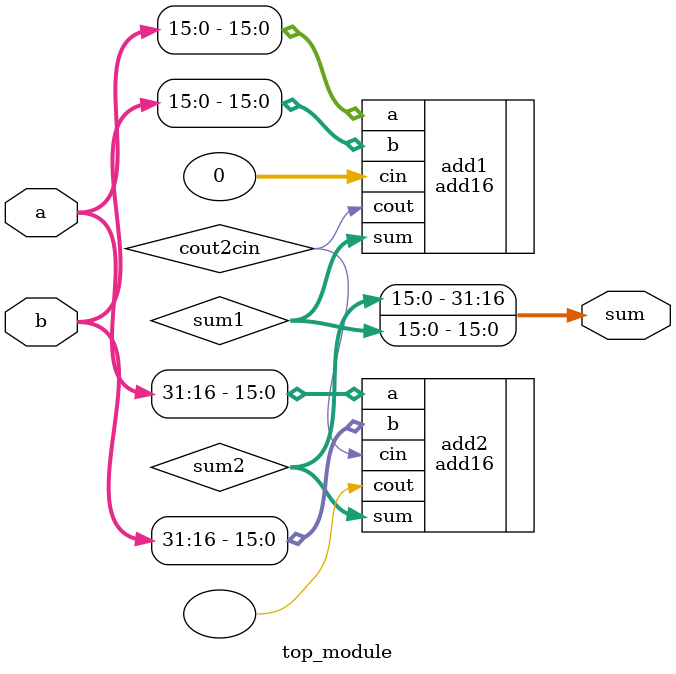
<source format=v>
module top_module(
    input [31:0] a,
    input [31:0] b,
    output [31:0] sum
);
	// wire
    wire [15:0] sum1, sum2;
    wire cout2cin;
    // instance
    add16 add1(.a(a[15:0]), .b(b[15:0]), .cin(0), .sum(sum1), .cout(cout2cin));
    add16 add2(.a(a[31:16]), .b(b[31:16]), .cin(cout2cin), .sum(sum2), .cout());
    
    assign sum = {sum2,sum1};
endmodule

</source>
